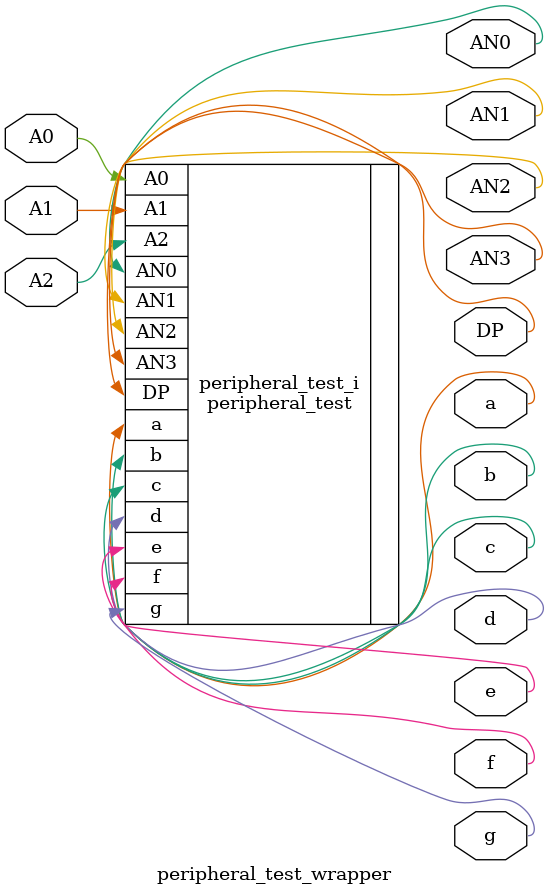
<source format=v>
`timescale 1 ps / 1 ps

module peripheral_test_wrapper
   (A0,
    A1,
    A2,
    AN0,
    AN1,
    AN2,
    AN3,
    DP,
    a,
    b,
    c,
    d,
    e,
    f,
    g);
  input A0;
  input A1;
  input A2;
  output [0:0]AN0;
  output [0:0]AN1;
  output [0:0]AN2;
  output [0:0]AN3;
  output [0:0]DP;
  output a;
  output b;
  output c;
  output d;
  output e;
  output f;
  output g;

  wire A0;
  wire A1;
  wire A2;
  wire [0:0]AN0;
  wire [0:0]AN1;
  wire [0:0]AN2;
  wire [0:0]AN3;
  wire [0:0]DP;
  wire a;
  wire b;
  wire c;
  wire d;
  wire e;
  wire f;
  wire g;

  peripheral_test peripheral_test_i
       (.A0(A0),
        .A1(A1),
        .A2(A2),
        .AN0(AN0),
        .AN1(AN1),
        .AN2(AN2),
        .AN3(AN3),
        .DP(DP),
        .a(a),
        .b(b),
        .c(c),
        .d(d),
        .e(e),
        .f(f),
        .g(g));
endmodule

</source>
